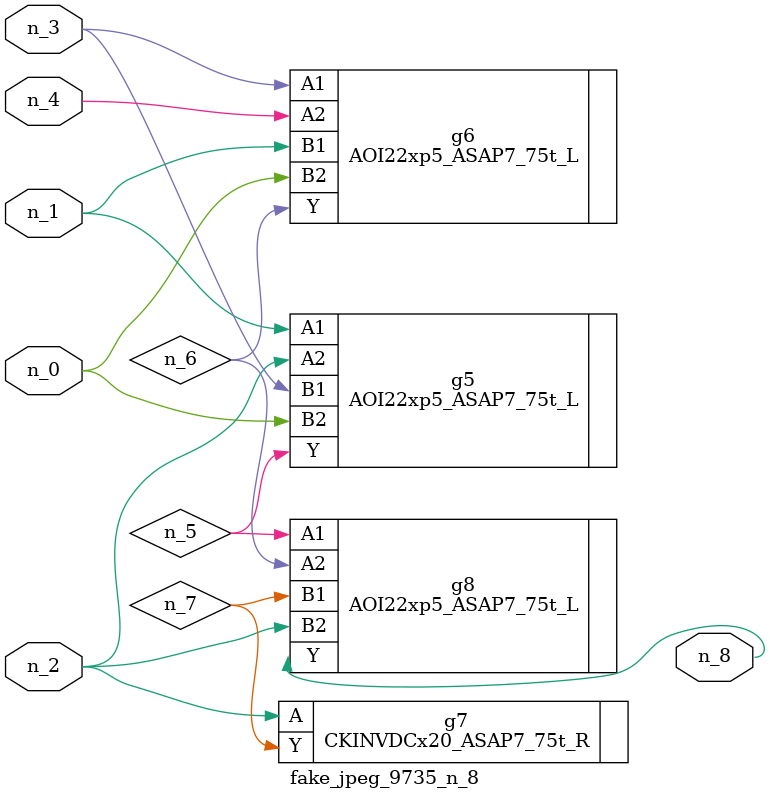
<source format=v>
module fake_jpeg_9735_n_8 (n_3, n_2, n_1, n_0, n_4, n_8);

input n_3;
input n_2;
input n_1;
input n_0;
input n_4;

output n_8;

wire n_6;
wire n_5;
wire n_7;

AOI22xp5_ASAP7_75t_L g5 ( 
.A1(n_1),
.A2(n_2),
.B1(n_3),
.B2(n_0),
.Y(n_5)
);

AOI22xp5_ASAP7_75t_L g6 ( 
.A1(n_3),
.A2(n_4),
.B1(n_1),
.B2(n_0),
.Y(n_6)
);

CKINVDCx20_ASAP7_75t_R g7 ( 
.A(n_2),
.Y(n_7)
);

AOI22xp5_ASAP7_75t_L g8 ( 
.A1(n_5),
.A2(n_6),
.B1(n_7),
.B2(n_2),
.Y(n_8)
);


endmodule
</source>
